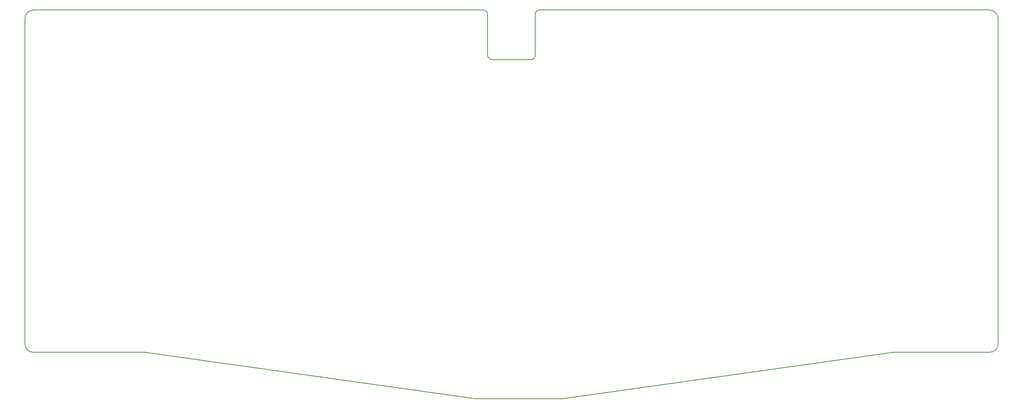
<source format=gbr>
%TF.GenerationSoftware,KiCad,Pcbnew,(6.0.1)*%
%TF.CreationDate,2022-01-24T11:33:20-05:00*%
%TF.ProjectId,QALBLE,51414c42-4c45-42e6-9b69-6361645f7063,rev?*%
%TF.SameCoordinates,Original*%
%TF.FileFunction,Profile,NP*%
%FSLAX46Y46*%
G04 Gerber Fmt 4.6, Leading zero omitted, Abs format (unit mm)*
G04 Created by KiCad (PCBNEW (6.0.1)) date 2022-01-24 11:33:20*
%MOMM*%
%LPD*%
G01*
G04 APERTURE LIST*
%TA.AperFunction,Profile*%
%ADD10C,0.200000*%
%TD*%
G04 APERTURE END LIST*
D10*
X181798691Y-118222817D02*
X201798674Y-118222821D01*
X302452879Y-30319983D02*
G75*
G03*
X300452878Y-28319986I-1999999J-2D01*
G01*
X184535625Y-38762501D02*
X184535627Y-29319990D01*
X184535627Y-29319990D02*
G75*
G03*
X183535637Y-28319986I-999997J7D01*
G01*
X278309115Y-107469994D02*
X300452882Y-107469984D01*
X183535628Y-28319988D02*
X79618376Y-28319983D01*
X300452873Y-28319980D02*
X196535626Y-28319990D01*
X201798674Y-118222821D02*
X278309115Y-107469994D01*
X105288276Y-107469990D02*
X181798691Y-118222817D01*
X194535629Y-39762501D02*
G75*
G03*
X195535625Y-38762499I-3J999999D01*
G01*
X302452882Y-105469975D02*
X302452879Y-30319983D01*
X300452882Y-107469984D02*
G75*
G03*
X302452883Y-105469973I-5J2000006D01*
G01*
X79618382Y-107469973D02*
X105288276Y-107469990D01*
X195535627Y-29319988D02*
X195535621Y-38762501D01*
X77618387Y-30320002D02*
X77618388Y-105469986D01*
X196535626Y-28319990D02*
G75*
G03*
X195535633Y-29319985I1J-999994D01*
G01*
X184535625Y-38762501D02*
G75*
G03*
X185535626Y-39762500I1000000J1D01*
G01*
X194535629Y-39762501D02*
X185535625Y-39762501D01*
X79618376Y-28319983D02*
G75*
G03*
X77618378Y-30320001I10J-2000008D01*
G01*
X77618388Y-105469986D02*
G75*
G03*
X79618382Y-107469968I1999988J6D01*
G01*
M02*

</source>
